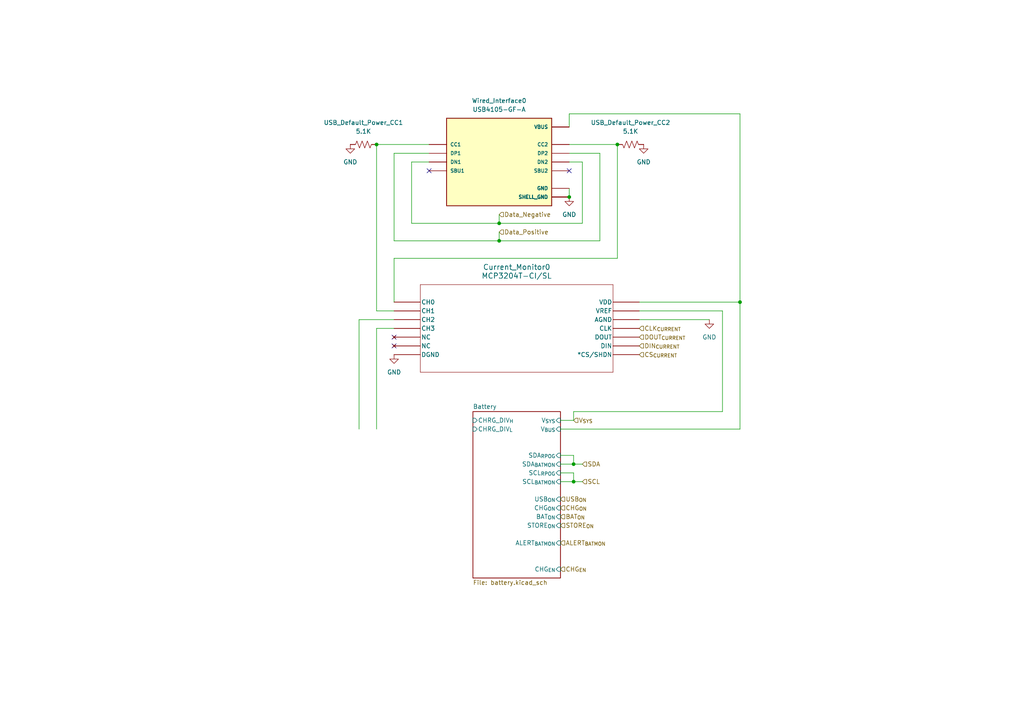
<source format=kicad_sch>
(kicad_sch (version 20250114) (generator "eeschema") (generator_version "9.0")
  (paper "A4")
  (title_block (title "Stenoswitch") (rev "0.1") (company "https://github.com/Bennett-Petzold/port_plover") (comment 1 "NO WARRANTY. See license.") (comment 2 "https://creativecommons.org/licenses/by-sa/4.0/") (comment 3 "© 2025. This work is openly licensed via CC BY-SA 4.0."))
  (lib_symbols
    (symbol "Device:R_US" (pin_numbers (hide yes)) (pin_names (offset 0))
      (property "Reference" "R" (at 2.54 0 90))
      (property "Value" "R_US" (at -2.54 0 90))
      (symbol "R_US_0_1"
        (polyline (pts (xy 0 2.286) (xy 0 2.54)))
        (polyline (pts (xy 0 2.286) (xy 1.016 1.905) (xy 0 1.524) (xy -1.016 1.143) (xy 0 0.762)))
        (polyline (pts (xy 0 0.762) (xy 1.016 0.381) (xy 0 0) (xy -1.016 -0.381) (xy 0 -0.762)))
        (polyline (pts (xy 0 -0.762) (xy 1.016 -1.143) (xy 0 -1.524) (xy -1.016 -1.905) (xy 0 -2.286)))
        (polyline (pts (xy 0 -2.286) (xy 0 -2.54)))
      )
      (symbol "R_US_1_1"
        (pin passive line (at 0 3.81 270) (length 1.27) (name "~") (number "1"))
        (pin passive line (at 0 -3.81 90) (length 1.27) (name "~") (number "2"))
      )
    )
    (symbol "MCP3204T_CI_SL:MCP3204T-CI_SL" (pin_numbers (hide yes)) (pin_names (offset 0.254))
      (property "Reference" "Current_Monitor0" (at 35.56 10.16 0))
      (property "Value" "MCP3204T-CI/SL" (at 35.56 7.62 0))
      (symbol "MCP3204T-CI_SL_0_1"
        (polyline (pts (xy 7.62 5.08) (xy 7.62 -20.32)) (stroke (width 0.127)))
        (polyline (pts (xy 7.62 -20.32) (xy 63.5 -20.32)) (stroke (width 0.127)))
        (polyline (pts (xy 63.5 5.08) (xy 7.62 5.08)) (stroke (width 0.127)))
        (polyline (pts (xy 63.5 -20.32) (xy 63.5 5.08)) (stroke (width 0.127)))
        (pin input line (at 0 0 0) (length 7.62) (name "CH0") (number "1"))
        (pin input line (at 0 -2.54 0) (length 7.62) (name "CH1") (number "2"))
        (pin input line (at 0 -5.08 0) (length 7.62) (name "CH2") (number "3"))
        (pin input line (at 0 -7.62 0) (length 7.62) (name "CH3") (number "4"))
        (pin no_connect line (at 0 -10.16 0) (length 7.62) (name "NC") (number "5"))
        (pin no_connect line (at 0 -12.7 0) (length 7.62) (name "NC") (number "6"))
        (pin input line (at 71.12 -2.54 180) (length 7.62) (name "VREF") (number "13"))
        (pin unspecified line (at 71.12 -5.08 180) (length 7.62) (name "AGND") (number "12"))
        (pin input line (at 71.12 -7.62 180) (length 7.62) (name "CLK") (number "11"))
        (pin tri_state line (at 71.12 -10.16 180) (length 7.62) (name "DOUT") (number "10"))
        (pin input line (at 71.12 -12.7 180) (length 7.62) (name "DIN") (number "9"))
        (pin input line (at 71.12 -15.24 180) (length 7.62) (name "*CS/SHDN") (number "8"))
      )
      (symbol "MCP3204T-CI_SL_1_1"
        (pin power_in line (at 0 -15.24 0) (length 7.62) (name "DGND") (number "7"))
        (pin power_in line (at 71.12 0 180) (length 7.62) (name "VDD") (number "14"))
      )
    )
    (symbol "USB4105-GF-A:USB4105-GF-A" (pin_numbers (hide yes)) (pin_names (offset 1.016))
      (property "Reference" "Wired_Interface0" (at 0 17.78 0))
      (property "Value" "USB4105-GF-A" (at 0 15.24 0))
      (symbol "USB4105-GF-A_0_0"
        (rectangle (start -15.24 -12.7) (end 15.24 12.7) (stroke (width 0.254)) (fill (type background)))
        (pin bidirectional line (at -20.32 5.08 0) (length 5.08) (name "CC1") (number "A5"))
        (pin bidirectional line (at -20.32 2.54 0) (length 5.08) (name "DP1") (number "A6"))
        (pin bidirectional line (at -20.32 0 0) (length 5.08) (name "DN1") (number "A7"))
        (pin bidirectional line (at -20.32 -2.54 0) (length 5.08) (name "SBU1") (number "A8"))
        (pin power_in line (at 20.32 10.16 180) (length 5.08) (name "VBUS") (number "B4_A9"))
        (pin bidirectional line (at 20.32 5.08 180) (length 5.08) (name "CC2") (number "B5"))
        (pin bidirectional line (at 20.32 2.54 180) (length 5.08) (name "DP2") (number "B6"))
        (pin bidirectional line (at 20.32 0 180) (length 5.08) (name "DN2") (number "B7"))
        (pin bidirectional line (at 20.32 -2.54 180) (length 5.08) (name "SBU2") (number "B8"))
        (pin power_in line (at 20.32 -7.62 180) (length 5.08) (name "GND") (number "A1_B12"))
        (pin power_in line (at 20.32 -7.62 180) (length 5.08) (name "GND") (number "B1_A12"))
        (pin power_in line (at 20.32 -10.16 180) (length 5.08) (name "SHELL_GND") (number "SH1"))
        (pin power_in line (at 20.32 -10.16 180) (length 5.08) (name "SHELL_GND") (number "SH2"))
        (pin power_in line (at 20.32 -10.16 180) (length 5.08) (name "SHELL_GND") (number "SH3"))
        (pin power_in line (at 20.32 -10.16 180) (length 5.08) (name "SHELL_GND") (number "SH4"))
      )
      (symbol "USB4105-GF-A_1_0"
        (pin power_out line (at 20.32 10.16 180) (length 5.08) (name "VBUS") (number "A4_B9"))
      )
    )
    (symbol "power:GND" (power) (pin_numbers (hide yes)) (pin_names (offset 0) (hide yes))
      (property "Value" "GND" (at 0 -3.81 0))
      (symbol "GND_0_1"
        (polyline (pts (xy 0 0) (xy 0 -1.27) (xy 1.27 -1.27) (xy 0 -2.54) (xy -1.27 -1.27) (xy 0 -1.27)))
      )
      (symbol "GND_1_1"
        (pin power_in line (at 0 0 270) (length 0) (name "~") (number "1"))
      )
    )
  )
  (junction (at 144.78 69.85))
  (junction (at 179.07 41.91))
  (junction (at 166.37 134.62))
  (junction (at 109.22 41.91))
  (junction (at 214.63 87.63))
  (junction (at 165.1 57.15))
  (junction (at 144.78 64.77))
  (junction (at 166.37 139.7))
  (no_connect (at 114.3 100.33))
  (no_connect (at 165.1 49.53))
  (no_connect (at 124.46 49.53))
  (no_connect (at 114.3 97.79))
  (wire (pts (xy 165.1 54.61) (xy 165.1 57.15)))
  (wire (pts (xy 114.3 87.63) (xy 114.3 74.93)))
  (wire (pts (xy 104.14 92.71) (xy 104.14 124.46)))
  (wire (pts (xy 165.1 41.91) (xy 179.07 41.91)))
  (wire (pts (xy 124.46 46.99) (xy 119.38 46.99)))
  (wire (pts (xy 109.22 95.25) (xy 109.22 124.46)))
  (wire (pts (xy 179.07 41.91) (xy 179.07 74.93)))
  (wire (pts (xy 168.91 46.99) (xy 165.1 46.99)))
  (wire (pts (xy 114.3 74.93) (xy 179.07 74.93)))
  (wire (pts (xy 209.55 119.38) (xy 209.55 90.17)))
  (wire (pts (xy 109.22 41.91) (xy 124.46 41.91)))
  (wire (pts (xy 144.78 69.85) (xy 173.99 69.85)))
  (wire (pts (xy 144.78 64.77) (xy 168.91 64.77)))
  (wire (pts (xy 144.78 62.23) (xy 144.78 64.77)))
  (wire (pts (xy 166.37 139.7) (xy 162.56 139.7)))
  (wire (pts (xy 162.56 134.62) (xy 166.37 134.62)))
  (wire (pts (xy 214.63 87.63) (xy 214.63 124.46)))
  (wire (pts (xy 166.37 134.62) (xy 168.91 134.62)))
  (wire (pts (xy 119.38 64.77) (xy 144.78 64.77)))
  (wire (pts (xy 166.37 137.16) (xy 166.37 139.7)))
  (wire (pts (xy 166.37 121.92) (xy 166.37 119.38)))
  (wire (pts (xy 114.3 69.85) (xy 144.78 69.85)))
  (wire (pts (xy 168.91 64.77) (xy 168.91 46.99)))
  (wire (pts (xy 214.63 124.46) (xy 162.56 124.46)))
  (wire (pts (xy 185.42 87.63) (xy 214.63 87.63)))
  (wire (pts (xy 165.1 33.02) (xy 165.1 36.83)))
  (wire (pts (xy 173.99 69.85) (xy 173.99 44.45)))
  (wire (pts (xy 168.91 139.7) (xy 166.37 139.7)))
  (wire (pts (xy 114.3 92.71) (xy 104.14 92.71)))
  (wire (pts (xy 173.99 44.45) (xy 165.1 44.45)))
  (wire (pts (xy 209.55 90.17) (xy 185.42 90.17)))
  (wire (pts (xy 166.37 132.08) (xy 166.37 134.62)))
  (wire (pts (xy 124.46 44.45) (xy 114.3 44.45)))
  (wire (pts (xy 162.56 132.08) (xy 166.37 132.08)))
  (wire (pts (xy 185.42 92.71) (xy 205.74 92.71)))
  (wire (pts (xy 162.56 137.16) (xy 166.37 137.16)))
  (wire (pts (xy 114.3 90.17) (xy 109.22 90.17)))
  (wire (pts (xy 144.78 67.31) (xy 144.78 69.85)))
  (wire (pts (xy 109.22 90.17) (xy 109.22 41.91)))
  (wire (pts (xy 114.3 44.45) (xy 114.3 69.85)))
  (wire (pts (xy 162.56 121.92) (xy 166.37 121.92)))
  (wire (pts (xy 165.1 33.02) (xy 214.63 33.02)))
  (wire (pts (xy 214.63 33.02) (xy 214.63 87.63)))
  (wire (pts (xy 119.38 46.99) (xy 119.38 64.77)))
  (wire (pts (xy 109.22 95.25) (xy 114.3 95.25)))
  (wire (pts (xy 166.37 119.38) (xy 209.55 119.38)))
  (hierarchical_label "DIN_{CURRENT}" (shape input) (at 185.42 100.33 0))
  (hierarchical_label "V_{SYS}" (shape input) (at 166.37 121.92 0))
  (hierarchical_label "STORE_{ON}" (shape input) (at 162.56 152.4 0))
  (hierarchical_label "BAT_{ON}" (shape input) (at 162.56 149.86 0))
  (hierarchical_label "SDA" (shape input) (at 168.91 134.62 0))
  (hierarchical_label "Data_Positive" (shape input) (at 144.78 67.31 0))
  (hierarchical_label "CS_{CURRENT}" (shape input) (at 185.42 102.87 0))
  (hierarchical_label "CHG_{ON}" (shape input) (at 162.56 147.32 0))
  (hierarchical_label "Data_Negative" (shape input) (at 144.78 62.23 0))
  (hierarchical_label "DOUT_{CURRENT}" (shape input) (at 185.42 97.79 0))
  (hierarchical_label "SCL" (shape input) (at 168.91 139.7 0))
  (hierarchical_label "CHG_{EN}" (shape input) (at 162.56 165.1 0))
  (hierarchical_label "CLK_{CURRENT}" (shape input) (at 185.42 95.25 0))
  (hierarchical_label "USB_{ON}" (shape input) (at 162.56 144.78 0))
  (hierarchical_label "ALERT_{BATMON}" (shape input) (at 162.56 157.48 0))
  (symbol (lib_id "Device:R_US") (at 105.41 41.91 270) (unit 1)
    (property "Reference" "USB_Default_Power_CC1" (at 105.41 35.56 90))
    (property "Value" "5.1K" (at 105.41 38.1 90))
    (property "Footprint" "Resistor_SMD:R_0603_1608Metric" (effects (hide yes)))
    (property "Datasheet" "https://www.digikey.com/en/products/detail/stackpole-electronics-inc/RMCF0603FT5K10/1760908" (effects (hide yes)))
    (property "Description" "Resistor, US symbol" (effects (hide yes)))
  )
  (symbol (lib_id "power:GND") (at 114.3 102.87 0) (unit 1)
    (property "Reference" "#PWR0105" (effects (hide yes)))
    (property "Value" "GND" (at 114.3 107.95 0))
    (property "Description" "Power symbol creates a global label with name \"GND\" , ground" (effects (hide yes)))
    (instances (project "portable_steno" (path "" (reference "#PWR04") (unit 1))) (project "right_hand" (path "" (reference "#PWR0105") (unit 1))))
  )
  (symbol (lib_id "power:GND") (at 165.1 57.15 0) (unit 1)
    (property "Reference" "#PWR0103" (effects (hide yes)))
    (property "Value" "GND" (at 165.1 62.23 0))
    (property "Description" "Power symbol creates a global label with name \"GND\" , ground" (effects (hide yes)))
    (instances (project "portable_steno" (path "" (reference "#PWR01") (unit 1))) (project "right_hand" (path "" (reference "#PWR0103") (unit 1))))
  )
  (symbol (lib_id "MCP3204T_CI_SL:MCP3204T-CI_SL") (at 114.3 87.63 0) (unit 1)
    (property "Reference" "Current_Monitor1" (at 149.86 77.47 0) (effects (font (size 1.524 1.524))))
    (property "Value" "MCP3204T-CI/SL" (at 149.86 80.01 0) (effects (font (size 1.524 1.524))))
    (property "Footprint" "SOIC14-N_MC_MCH" (effects (hide yes)))
    (property "Datasheet" "MCP3204T-CI/SL" (effects (hide yes)))
    (instances (project "portable_steno" (path "" (reference "Current_Monitor0") (unit 1))) (project "right_hand" (path "" (reference "Current_Monitor1") (unit 1))))
  )
  (symbol (lib_id "power:GND") (at 186.69 41.91 0) (mirror y) (unit 1)
    (property "Reference" "#PWR0101" (effects (hide yes)))
    (property "Value" "GND" (at 186.69 46.99 0))
    (property "Description" "Power symbol creates a global label with name \"GND\" , ground" (effects (hide yes)))
    (instances (project "portable_steno" (path "" (reference "#PWR03") (unit 1))) (project "right_hand" (path "" (reference "#PWR0101") (unit 1))))
  )
  (symbol (lib_id "power:GND") (at 205.74 92.71 0) (unit 1)
    (property "Reference" "#PWR0102" (effects (hide yes)))
    (property "Value" "GND" (at 205.74 97.79 0))
    (property "Description" "Power symbol creates a global label with name \"GND\" , ground" (effects (hide yes)))
    (instances (project "portable_steno" (path "" (reference "#PWR05") (unit 1))) (project "right_hand" (path "" (reference "#PWR0102") (unit 1))))
  )
  (symbol (lib_id "power:GND") (at 101.6 41.91 0) (unit 1)
    (property "Reference" "#PWR0104" (effects (hide yes)))
    (property "Value" "GND" (at 101.6 46.99 0))
    (property "Description" "Power symbol creates a global label with name \"GND\" , ground" (effects (hide yes)))
    (instances (project "portable_steno" (path "" (reference "#PWR02") (unit 1))) (project "right_hand" (path "" (reference "#PWR0104") (unit 1))))
  )
  (symbol (lib_id "USB4105-GF-A:USB4105-GF-A") (at 144.78 46.99 0) (unit 1)
    (property "Reference" "Wired_Interface1" (at 144.78 29.21 0))
    (property "Value" "USB4105-GF-A" (at 144.78 31.75 0))
    (property "Footprint" "GCT_USB4105-GF-A" (effects (hide yes)))
    (property "DigiKey_Part_Number" "2073-USB4105-GF-ATR-ND" (effects (hide yes)))
    (property "SnapEDA_Link" "https://www.snapeda.com/parts/USB4105-GF-A/Global+Connector+Technology/view-part/?ref=snap" (effects (hide yes)))
    (property "MAXIMUM_PACKAGE_HEIGHT" "3.31 mm" (effects (hide yes)))
    (property "Package" "None" (effects (hide yes)))
    (property "Check_prices" "https://www.snapeda.com/parts/USB4105-GF-A/Global+Connector+Technology/view-part/?ref=eda" (effects (hide yes)))
    (property "STANDARD" "Manufacturer Recommendations" (effects (hide yes)))
    (property "PARTREV" "B4" (effects (hide yes)))
    (property "MF" "GCT" (effects (hide yes)))
    (property "MP" "USB4105-GF-A" (effects (hide yes)))
    (property "Description_1" "USB-C (USB TYPE-C) USB 2.0 Receptacle Connector 24 (16+8 Dummy) Position Surface Mount, Right Angle; Through Hole" (effects (hide yes)))
    (property "MANUFACTURER" "GCT" (effects (hide yes)))
    (instances (project "portable_steno" (path "" (reference "Wired_Interface0") (unit 1))) (project "right_hand" (path "" (reference "Wired_Interface1") (unit 1))))
  )
  (symbol (lib_id "Device:R_US") (at 182.88 41.91 90) (mirror x) (unit 1)
    (property "Reference" "USB_Default_Power_CC2" (at 182.88 35.56 90))
    (property "Value" "5.1K" (at 182.88 38.1 90))
    (property "Footprint" "Resistor_SMD:R_0603_1608Metric" (effects (hide yes)))
    (property "Datasheet" "https://www.digikey.com/en/products/detail/stackpole-electronics-inc/RMCF0603FT5K10/1760908" (effects (hide yes)))
    (property "Description" "Resistor, US symbol" (effects (hide yes)))
  )
  (sheet (at 137.16 119.38) (size 25.4 48.26) (stroke (width 0.1524))
    (property "Sheetname" "Battery" (at 137.16 118.6684 0) (effects (justify left bottom)))
    (property "Sheetfile" "battery.kicad_sch" (at 137.16 168.2246 0) (effects (justify left top)))
    (pin "STORE_{ON}" input (at 162.56 152.4 0))
    (pin "ALERT_{BATMON}" input (at 162.56 157.48 0))
    (pin "BAT_{ON}" input (at 162.56 149.86 0))
    (pin "CHG_{EN}" input (at 162.56 165.1 0))
    (pin "CHG_{ON}" input (at 162.56 147.32 0))
    (pin "CHRG_DIV_{H}" input (at 137.16 121.92 180))
    (pin "CHRG_DIV_{L}" input (at 137.16 124.46 180))
    (pin "SCL_{BATMON}" input (at 162.56 139.7 0))
    (pin "SCL_{RPOG}" input (at 162.56 137.16 0))
    (pin "SDA_{BATMON}" input (at 162.56 134.62 0))
    (pin "SDA_{RPOG}" input (at 162.56 132.08 0))
    (pin "USB_{ON}" input (at 162.56 144.78 0))
    (pin "V_{BUS}" input (at 162.56 124.46 0))
    (pin "V_{SYS}" input (at 162.56 121.92 0))
  )
)
</source>
